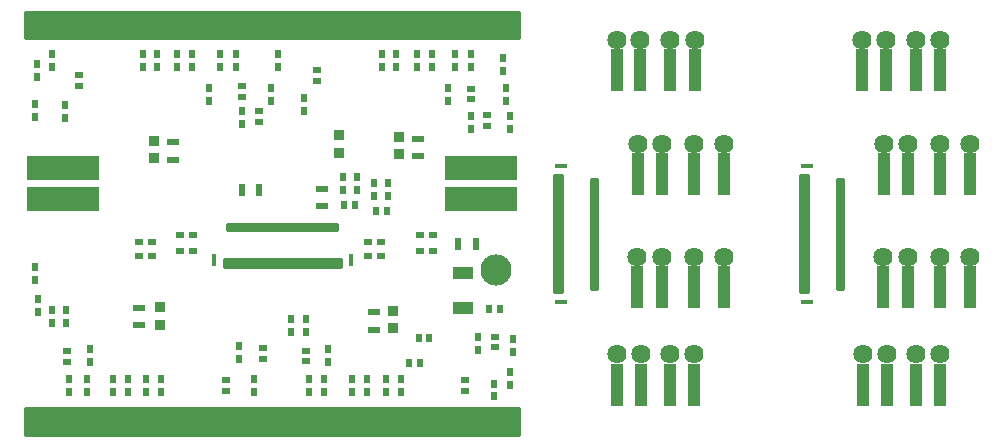
<source format=gbr>
G04 #@! TF.FileFunction,Soldermask,Top*
%FSLAX46Y46*%
G04 Gerber Fmt 4.6, Leading zero omitted, Abs format (unit mm)*
G04 Created by KiCad (PCBNEW 4.0.5) date Fri Apr 14 16:53:27 2017*
%MOMM*%
%LPD*%
G01*
G04 APERTURE LIST*
%ADD10C,0.100000*%
%ADD11R,0.700000X0.600000*%
%ADD12R,1.100000X0.450000*%
%ADD13R,0.600000X0.400000*%
%ADD14R,0.770000X0.400000*%
%ADD15R,1.100000X3.600000*%
%ADD16C,1.625600*%
%ADD17R,0.600000X0.700000*%
%ADD18R,0.250000X1.100000*%
%ADD19R,0.481000X1.100000*%
%ADD20R,0.354000X1.100000*%
%ADD21R,19.500000X0.350000*%
%ADD22R,1.624000X1.300000*%
%ADD23R,6.100000X2.017700*%
%ADD24R,0.700000X0.500000*%
%ADD25R,0.850000X0.900000*%
%ADD26R,0.600000X1.000000*%
%ADD27R,0.500000X0.700000*%
%ADD28R,1.000000X0.600000*%
%ADD29R,1.700000X1.100000*%
%ADD30C,2.640000*%
%ADD31R,0.450000X1.100000*%
%ADD32R,0.400000X0.600000*%
%ADD33R,0.400000X0.770000*%
%ADD34C,0.254000*%
G04 APERTURE END LIST*
D10*
D11*
X143346080Y-104693720D03*
X144446080Y-104693720D03*
D12*
X176112520Y-97457340D03*
D13*
X178912520Y-99332340D03*
D14*
X175847520Y-99632340D03*
X175847520Y-98432340D03*
D13*
X178912520Y-98732340D03*
D14*
X175847520Y-99032340D03*
X175847520Y-100232340D03*
X175847520Y-100832340D03*
X175847520Y-101432340D03*
X175847520Y-102032340D03*
X175847520Y-102632340D03*
X175847520Y-103232340D03*
X175847520Y-103832340D03*
X175847520Y-104432340D03*
X175847520Y-105032340D03*
X175847520Y-105632340D03*
X175847520Y-106232340D03*
X175847520Y-106832340D03*
X175847520Y-107432340D03*
X175847520Y-108032340D03*
D13*
X178912520Y-99932340D03*
X178912520Y-100532340D03*
X178912520Y-101132340D03*
X178912520Y-101732340D03*
X178912520Y-102332340D03*
X178912520Y-102932340D03*
X178912520Y-103532340D03*
X178912520Y-104132340D03*
X178912520Y-104732340D03*
X178912520Y-105332340D03*
X178912520Y-105932340D03*
X178912520Y-106532340D03*
X178912520Y-107132340D03*
X178912520Y-107732340D03*
D12*
X176112520Y-109002340D03*
D15*
X189923420Y-98201480D03*
D16*
X189923420Y-95623380D03*
D15*
X187393580Y-98201480D03*
D16*
X187393580Y-95623380D03*
D15*
X182620920Y-98201480D03*
D16*
X182620920Y-95623380D03*
D15*
X187396120Y-89397840D03*
D16*
X187396120Y-86819740D03*
D15*
X185361580Y-89397840D03*
D16*
X185361580Y-86819740D03*
D15*
X182819040Y-89397840D03*
D16*
X182819040Y-86819740D03*
D15*
X180792120Y-89397840D03*
D16*
X180792120Y-86819740D03*
D15*
X184655460Y-98201480D03*
D16*
X184655460Y-95623380D03*
D15*
X187393580Y-107731560D03*
D16*
X187393580Y-105153460D03*
D15*
X180835300Y-115994180D03*
D16*
X180835300Y-113416080D03*
D15*
X189923420Y-107731560D03*
D16*
X189923420Y-105153460D03*
D15*
X185359040Y-115994180D03*
D16*
X185359040Y-113416080D03*
D15*
X184655460Y-107731560D03*
D16*
X184655460Y-105153460D03*
D15*
X187393580Y-115994180D03*
D16*
X187393580Y-113416080D03*
D15*
X182559960Y-107731560D03*
D16*
X182559960Y-105153460D03*
D15*
X182869840Y-115994180D03*
D16*
X182869840Y-113416080D03*
D17*
X115148360Y-116640700D03*
X115148360Y-115540700D03*
D18*
X150380160Y-86166440D03*
D19*
X149963600Y-86166440D03*
D20*
X149449160Y-86166440D03*
D18*
X149111200Y-86166440D03*
X148834200Y-86166440D03*
X148557200Y-86166440D03*
X148280200Y-86166440D03*
X147480160Y-86166440D03*
X147203160Y-86166440D03*
X145680160Y-86166440D03*
X145126160Y-86166440D03*
X139260160Y-86166440D03*
X138983160Y-86166440D03*
X138680160Y-86166440D03*
X138403160Y-86166440D03*
X138126160Y-86166440D03*
X137849160Y-86166440D03*
X137080160Y-86166440D03*
X136803160Y-86166440D03*
D20*
X134749000Y-86166440D03*
D18*
X134370000Y-86166440D03*
D19*
X133553160Y-86166440D03*
D18*
X131380160Y-86166440D03*
D21*
X140923740Y-84977720D03*
X140923740Y-84591640D03*
X140923740Y-85359520D03*
D22*
X142153100Y-86080080D03*
D23*
X148539200Y-100296980D03*
X148539200Y-97637600D03*
X113179860Y-100296980D03*
X113179860Y-97637600D03*
D17*
X150611840Y-90849360D03*
X150611840Y-91949360D03*
D24*
X130081020Y-113794960D03*
X130081020Y-112894960D03*
D17*
X133974840Y-116638160D03*
X133974840Y-115538160D03*
X111031020Y-109884300D03*
X111031020Y-108784300D03*
X120208040Y-116643240D03*
X120208040Y-115543240D03*
X113654840Y-116640700D03*
X113654840Y-115540700D03*
D11*
X138987440Y-105135680D03*
X140087440Y-105135680D03*
D17*
X140675360Y-100011320D03*
X140675360Y-98911320D03*
D11*
X138987440Y-103926640D03*
X140087440Y-103926640D03*
X124115920Y-104693720D03*
X123015920Y-104693720D03*
X124105760Y-103352600D03*
X123005760Y-103352600D03*
X120666600Y-105135680D03*
X119566600Y-105135680D03*
X120666600Y-103926640D03*
X119566600Y-103926640D03*
X143346080Y-103352600D03*
X144446080Y-103352600D03*
D17*
X139456160Y-100041800D03*
X139456160Y-98941800D03*
X137993120Y-99477920D03*
X137993120Y-98377920D03*
X136834880Y-99493160D03*
X136834880Y-98393160D03*
D25*
X136489440Y-96381000D03*
X136489440Y-94881000D03*
D17*
X110733840Y-92261600D03*
X110733840Y-93361600D03*
X110947200Y-88883400D03*
X110947200Y-89983400D03*
X128313180Y-92828020D03*
X128313180Y-93928020D03*
X113344960Y-92312400D03*
X113344960Y-93412400D03*
X127802640Y-87991860D03*
X127802640Y-89091860D03*
X125536960Y-90849360D03*
X125536960Y-91949360D03*
X126438660Y-87989320D03*
X126438660Y-89089320D03*
X124063760Y-87989320D03*
X124063760Y-89089320D03*
X122814080Y-87994400D03*
X122814080Y-89094400D03*
X121127520Y-87994400D03*
X121127520Y-89094400D03*
X119913400Y-87994400D03*
X119913400Y-89094400D03*
X130738880Y-90849360D03*
X130738880Y-91949360D03*
X112247680Y-88024880D03*
X112247680Y-89124880D03*
X150985220Y-93234420D03*
X150985220Y-94334420D03*
X133563360Y-91728200D03*
X133563360Y-92828200D03*
X147665440Y-93226800D03*
X147665440Y-94326800D03*
X147675600Y-88014720D03*
X147675600Y-89114720D03*
X145729960Y-90905240D03*
X145729960Y-92005240D03*
X146342100Y-88014720D03*
X146342100Y-89114720D03*
X144353280Y-88009640D03*
X144353280Y-89109640D03*
X143108680Y-88009640D03*
X143108680Y-89109640D03*
X141368780Y-88009640D03*
X141368780Y-89109640D03*
X140136880Y-88009640D03*
X140136880Y-89109640D03*
X150393400Y-88375400D03*
X150393400Y-89475400D03*
X131381500Y-87961380D03*
X131381500Y-89061380D03*
X110756700Y-107130940D03*
X110756700Y-106030940D03*
X113431320Y-110750440D03*
X113431320Y-109650440D03*
X128016000Y-113783200D03*
X128016000Y-112683200D03*
X115443000Y-114054980D03*
X115443000Y-112954980D03*
X117358160Y-116643240D03*
X117358160Y-115543240D03*
X118607840Y-116643240D03*
X118607840Y-115543240D03*
X121462800Y-116643240D03*
X121462800Y-115543240D03*
X112186720Y-110749080D03*
X112186720Y-109649080D03*
X129306320Y-116643240D03*
X129306320Y-115543240D03*
X151213820Y-113254880D03*
X151213820Y-112154880D03*
X150952200Y-116014500D03*
X150952200Y-114914500D03*
X133700520Y-111558160D03*
X133700520Y-110458160D03*
X148272500Y-113097400D03*
X148272500Y-111997400D03*
X135595360Y-114054980D03*
X135595360Y-112954980D03*
X135280400Y-116640700D03*
X135280400Y-115540700D03*
X137642600Y-116648320D03*
X137642600Y-115548320D03*
X138897360Y-116643240D03*
X138897360Y-115543240D03*
X140522960Y-116643240D03*
X140522960Y-115543240D03*
X141787880Y-116643240D03*
X141787880Y-115543240D03*
X132486400Y-111558160D03*
X132486400Y-110458160D03*
X149661880Y-116998840D03*
X149661880Y-115898840D03*
D25*
X120817640Y-96838200D03*
X120817640Y-95338200D03*
X141620240Y-96497840D03*
X141620240Y-94997840D03*
X121330720Y-109404720D03*
X121330720Y-110904720D03*
X141097000Y-109719680D03*
X141097000Y-111219680D03*
D26*
X128276920Y-99522280D03*
X129776920Y-99522280D03*
D24*
X149707600Y-112819600D03*
X149707600Y-111919600D03*
X149057360Y-93191760D03*
X149057360Y-94091760D03*
X129753360Y-92844200D03*
X129753360Y-93744200D03*
D27*
X140581800Y-101297740D03*
X139681800Y-101297740D03*
X137864000Y-100774500D03*
X136964000Y-100774500D03*
X142440240Y-114122200D03*
X143340240Y-114122200D03*
X143258120Y-112085120D03*
X144158120Y-112085120D03*
D28*
X122438160Y-95488060D03*
X122438160Y-96988060D03*
D24*
X128320800Y-90746160D03*
X128320800Y-91646160D03*
X114508280Y-90670800D03*
X114508280Y-89770800D03*
D28*
X143195040Y-95160400D03*
X143195040Y-96660400D03*
D24*
X147660000Y-90940000D03*
X147660000Y-91840000D03*
X134686040Y-90254240D03*
X134686040Y-89354240D03*
D28*
X119603520Y-110965680D03*
X119603520Y-109465680D03*
D24*
X113466880Y-114061660D03*
X113466880Y-113161660D03*
X126913640Y-115643240D03*
X126913640Y-116543240D03*
D28*
X139496800Y-111367000D03*
X139496800Y-109867000D03*
D24*
X133725920Y-114010860D03*
X133725920Y-113110860D03*
X147142200Y-115643240D03*
X147142200Y-116543240D03*
D29*
X146984720Y-109526200D03*
X146984720Y-106526200D03*
D27*
X149222040Y-109562900D03*
X150122040Y-109562900D03*
D26*
X146625000Y-104100000D03*
X148125000Y-104100000D03*
D28*
X135102600Y-100892040D03*
X135102600Y-99392040D03*
D30*
X149783800Y-106258360D03*
D31*
X125938360Y-105451560D03*
D32*
X127813360Y-102651560D03*
D33*
X128113360Y-105716560D03*
X126913360Y-105716560D03*
D32*
X127213360Y-102651560D03*
D33*
X127513360Y-105716560D03*
X128713360Y-105716560D03*
X129313360Y-105716560D03*
X129913360Y-105716560D03*
X130513360Y-105716560D03*
X131113360Y-105716560D03*
X131713360Y-105716560D03*
X132313360Y-105716560D03*
X132913360Y-105716560D03*
X133513360Y-105716560D03*
X134113360Y-105716560D03*
X134713360Y-105716560D03*
X135313360Y-105716560D03*
X135913360Y-105716560D03*
X136513360Y-105716560D03*
D32*
X128413360Y-102651560D03*
X129013360Y-102651560D03*
X129613360Y-102651560D03*
X130213360Y-102651560D03*
X130813360Y-102651560D03*
X131413360Y-102651560D03*
X132013360Y-102651560D03*
X132613360Y-102651560D03*
X133213360Y-102651560D03*
X133813360Y-102651560D03*
X134413360Y-102651560D03*
X135013360Y-102651560D03*
X135613360Y-102651560D03*
X136213360Y-102651560D03*
D31*
X137483360Y-105451560D03*
D12*
X155325160Y-97457340D03*
D13*
X158125160Y-99332340D03*
D14*
X155060160Y-99632340D03*
X155060160Y-98432340D03*
D13*
X158125160Y-98732340D03*
D14*
X155060160Y-99032340D03*
X155060160Y-100232340D03*
X155060160Y-100832340D03*
X155060160Y-101432340D03*
X155060160Y-102032340D03*
X155060160Y-102632340D03*
X155060160Y-103232340D03*
X155060160Y-103832340D03*
X155060160Y-104432340D03*
X155060160Y-105032340D03*
X155060160Y-105632340D03*
X155060160Y-106232340D03*
X155060160Y-106832340D03*
X155060160Y-107432340D03*
X155060160Y-108032340D03*
D13*
X158125160Y-99932340D03*
X158125160Y-100532340D03*
X158125160Y-101132340D03*
X158125160Y-101732340D03*
X158125160Y-102332340D03*
X158125160Y-102932340D03*
X158125160Y-103532340D03*
X158125160Y-104132340D03*
X158125160Y-104732340D03*
X158125160Y-105332340D03*
X158125160Y-105932340D03*
X158125160Y-106532340D03*
X158125160Y-107132340D03*
X158125160Y-107732340D03*
D12*
X155325160Y-109002340D03*
D18*
X130150160Y-86166440D03*
D19*
X129733600Y-86166440D03*
D20*
X129219160Y-86166440D03*
D18*
X128881200Y-86166440D03*
X128604200Y-86166440D03*
X128327200Y-86166440D03*
X128050200Y-86166440D03*
X127250160Y-86166440D03*
X126973160Y-86166440D03*
X125450160Y-86166440D03*
X124896160Y-86166440D03*
X119030160Y-86166440D03*
X118753160Y-86166440D03*
X118450160Y-86166440D03*
X118173160Y-86166440D03*
X117896160Y-86166440D03*
X117619160Y-86166440D03*
X116850160Y-86166440D03*
X116573160Y-86166440D03*
D20*
X114519000Y-86166440D03*
D18*
X114140000Y-86166440D03*
D19*
X113323160Y-86166440D03*
D18*
X111150160Y-86166440D03*
D21*
X120693740Y-84977720D03*
X120693740Y-84591640D03*
X120693740Y-85359520D03*
D22*
X121923100Y-86080080D03*
D18*
X131469840Y-118503560D03*
D19*
X131886400Y-118503560D03*
D20*
X132400840Y-118503560D03*
D18*
X132738800Y-118503560D03*
X133015800Y-118503560D03*
X133292800Y-118503560D03*
X133569800Y-118503560D03*
X134369840Y-118503560D03*
X134646840Y-118503560D03*
X136169840Y-118503560D03*
X136723840Y-118503560D03*
X142589840Y-118503560D03*
X142866840Y-118503560D03*
X143169840Y-118503560D03*
X143446840Y-118503560D03*
X143723840Y-118503560D03*
X144000840Y-118503560D03*
X144769840Y-118503560D03*
X145046840Y-118503560D03*
D20*
X147101000Y-118503560D03*
D18*
X147480000Y-118503560D03*
D19*
X148296840Y-118503560D03*
D18*
X150469840Y-118503560D03*
D21*
X140926260Y-119692280D03*
X140926260Y-120078360D03*
X140926260Y-119310480D03*
D22*
X139696900Y-118589920D03*
D18*
X111229840Y-118503560D03*
D19*
X111646400Y-118503560D03*
D20*
X112160840Y-118503560D03*
D18*
X112498800Y-118503560D03*
X112775800Y-118503560D03*
X113052800Y-118503560D03*
X113329800Y-118503560D03*
X114129840Y-118503560D03*
X114406840Y-118503560D03*
X115929840Y-118503560D03*
X116483840Y-118503560D03*
X122349840Y-118503560D03*
X122626840Y-118503560D03*
X122929840Y-118503560D03*
X123206840Y-118503560D03*
X123483840Y-118503560D03*
X123760840Y-118503560D03*
X124529840Y-118503560D03*
X124806840Y-118503560D03*
D20*
X126861000Y-118503560D03*
D18*
X127240000Y-118503560D03*
D19*
X128056840Y-118503560D03*
D18*
X130229840Y-118503560D03*
D21*
X120686260Y-119692280D03*
X120686260Y-120078360D03*
X120686260Y-119310480D03*
D22*
X119456900Y-118589920D03*
D15*
X160004760Y-89397840D03*
D16*
X160004760Y-86819740D03*
D15*
X162031680Y-89397840D03*
D16*
X162031680Y-86819740D03*
D15*
X164574220Y-89397840D03*
D16*
X164574220Y-86819740D03*
D15*
X166608760Y-89397840D03*
D16*
X166608760Y-86819740D03*
D15*
X161833560Y-98201480D03*
D16*
X161833560Y-95623380D03*
D15*
X163868100Y-98201480D03*
D16*
X163868100Y-95623380D03*
D15*
X166606220Y-98201480D03*
D16*
X166606220Y-95623380D03*
D15*
X169136060Y-98201480D03*
D16*
X169136060Y-95623380D03*
D15*
X161772600Y-107731560D03*
D16*
X161772600Y-105153460D03*
D15*
X166606220Y-115994180D03*
D16*
X166606220Y-113416080D03*
D15*
X162082480Y-115994180D03*
D16*
X162082480Y-113416080D03*
D15*
X163868100Y-107731560D03*
D16*
X163868100Y-105153460D03*
D15*
X164571680Y-115994180D03*
D16*
X164571680Y-113416080D03*
D15*
X160047940Y-115994180D03*
D16*
X160047940Y-113416080D03*
D15*
X169136060Y-107731560D03*
D16*
X169136060Y-105153460D03*
D15*
X166606220Y-107731560D03*
D16*
X166606220Y-105153460D03*
D34*
G36*
X136673000Y-106048000D02*
X126752000Y-106048000D01*
X126752000Y-105377000D01*
X136673000Y-105377000D01*
X136673000Y-106048000D01*
X136673000Y-106048000D01*
G37*
X136673000Y-106048000D02*
X126752000Y-106048000D01*
X126752000Y-105377000D01*
X136673000Y-105377000D01*
X136673000Y-106048000D01*
G36*
X136373000Y-102898000D02*
X127052000Y-102898000D01*
X127052000Y-102402000D01*
X136373000Y-102402000D01*
X136373000Y-102898000D01*
X136373000Y-102898000D01*
G37*
X136373000Y-102898000D02*
X127052000Y-102898000D01*
X127052000Y-102402000D01*
X136373000Y-102402000D01*
X136373000Y-102898000D01*
G36*
X155394660Y-108181140D02*
X154721560Y-108181140D01*
X154721560Y-98280220D01*
X155394660Y-98280220D01*
X155394660Y-108181140D01*
X155394660Y-108181140D01*
G37*
X155394660Y-108181140D02*
X154721560Y-108181140D01*
X154721560Y-98280220D01*
X155394660Y-98280220D01*
X155394660Y-108181140D01*
G36*
X158384240Y-107886500D02*
X157873700Y-107886500D01*
X157873700Y-98585020D01*
X158384240Y-98585020D01*
X158384240Y-107886500D01*
X158384240Y-107886500D01*
G37*
X158384240Y-107886500D02*
X157873700Y-107886500D01*
X157873700Y-98585020D01*
X158384240Y-98585020D01*
X158384240Y-107886500D01*
G36*
X151749760Y-86667340D02*
X109956600Y-86667340D01*
X109956600Y-84452460D01*
X151749760Y-84452460D01*
X151749760Y-86667340D01*
X151749760Y-86667340D01*
G37*
X151749760Y-86667340D02*
X109956600Y-86667340D01*
X109956600Y-84452460D01*
X151749760Y-84452460D01*
X151749760Y-86667340D01*
G36*
X151752300Y-120246140D02*
X109956600Y-120246140D01*
X109956600Y-118003320D01*
X111028480Y-118003320D01*
X111041023Y-118000780D01*
X151752300Y-118000780D01*
X151752300Y-120246140D01*
X151752300Y-120246140D01*
G37*
X151752300Y-120246140D02*
X109956600Y-120246140D01*
X109956600Y-118003320D01*
X111028480Y-118003320D01*
X111041023Y-118000780D01*
X151752300Y-118000780D01*
X151752300Y-120246140D01*
G36*
X176182020Y-108181140D02*
X175508920Y-108181140D01*
X175508920Y-98280220D01*
X176182020Y-98280220D01*
X176182020Y-108181140D01*
X176182020Y-108181140D01*
G37*
X176182020Y-108181140D02*
X175508920Y-108181140D01*
X175508920Y-98280220D01*
X176182020Y-98280220D01*
X176182020Y-108181140D01*
G36*
X179171600Y-107886500D02*
X178661060Y-107886500D01*
X178661060Y-98585020D01*
X179171600Y-98585020D01*
X179171600Y-107886500D01*
X179171600Y-107886500D01*
G37*
X179171600Y-107886500D02*
X178661060Y-107886500D01*
X178661060Y-98585020D01*
X179171600Y-98585020D01*
X179171600Y-107886500D01*
M02*

</source>
